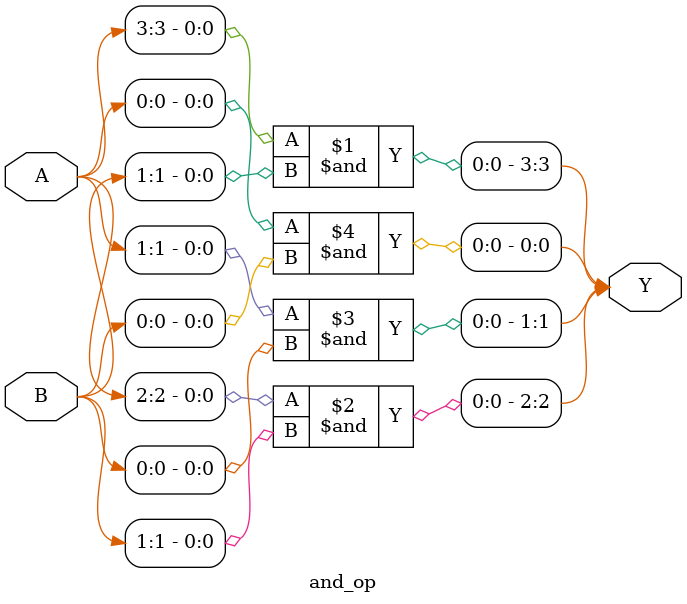
<source format=sv>

module and_op(
    input  logic [3:0] A,
    input  logic [1:0] B,
    output logic [3:0] Y
);
    assign Y[3] = A[3] & B[1];
    assign Y[2] = A[2] & B[1];
    assign Y[1] = A[1] & B[0];
    assign Y[0] = A[0] & B[0];
endmodule
</source>
